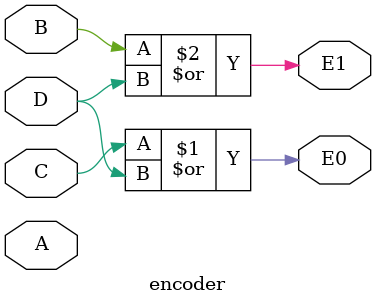
<source format=v>
`timescale 1ns / 1ps

module encoder (
    input A,
    input B,
    input C,
    input D,
    output E0,
    output E1  
);

assign E0 = C | D;
assign E1 = B | D;

endmodule

</source>
